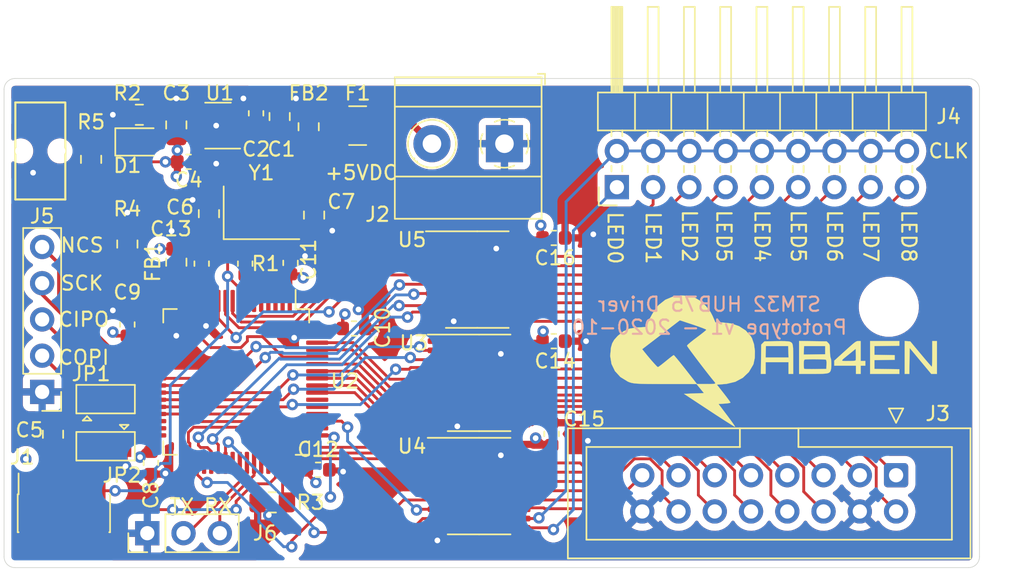
<source format=kicad_pcb>
(kicad_pcb (version 20211014) (generator pcbnew)
  (layers (0 "F.Cu" signal) (1 "In1.Cu" power) (2 "In2.Cu" power) (31 "B.Cu" signal) (34 "B.Paste" user) (35 "F.Paste" user) (36 "B.SilkS" user "B.Silkscreen") (37 "F.SilkS" user "F.Silkscreen") (38 "B.Mask" user) (39 "F.Mask" user) (44 "Edge.Cuts" user))
  (net 0 "")
  (net 1 "GND")
  (net 2 "Net-(C1-Pad1)")
  (net 3 "+3V3")
  (net 4 "Vcap")
  (net 5 "Net-(C6-Pad2)")
  (net 6 "OSC_IN")
  (net 7 "+3.3VA")
  (net 8 "Net-(D1-Pad1)")
  (net 9 "+5V")
  (net 10 "SWDIO")
  (net 11 "SWCLK")
  (net 12 "Net-(J1-Pad6)")
  (net 13 "Net-(J1-Pad7)")
  (net 14 "Net-(J1-Pad8)")
  (net 15 "~{RESET}")
  (net 16 "R0")
  (net 17 "B0")
  (net 18 "R1")
  (net 19 "B1")
  (net 20 "A")
  (net 21 "C")
  (net 22 "CLK")
  (net 23 "G0")
  (net 24 "G1")
  (net 25 "E")
  (net 26 "B")
  (net 27 "D")
  (net 28 "LAT")
  (net 29 "LED_0")
  (net 30 "LED_CLK")
  (net 31 "LED_1")
  (net 32 "LED_2")
  (net 33 "LED_3")
  (net 34 "LED_4")
  (net 35 "LED_5")
  (net 36 "LED_6")
  (net 37 "LED_7")
  (net 38 "LED_8")
  (net 39 "SPI1_COPI")
  (net 40 "SPI1_CIPO")
  (net 41 "SPI1_SCK")
  (net 42 "SPI1_NCS")
  (net 43 "UART1_TX")
  (net 44 "UART1_RX")
  (net 45 "PB11")
  (net 46 "30")
  (net 47 "31")
  (net 48 "47")
  (net 49 "OSC_OUT")
  (net 50 "Net-(U1-Pad4)")
  (net 51 "Net-(U2-Pad2)")
  (net 52 "Net-(U2-Pad3)")
  (net 53 "Net-(U2-Pad4)")
  (net 54 "PC0")
  (net 55 "PC1")
  (net 56 "PC2")
  (net 57 "PC3")
  (net 58 "Net-(U2-Pad14)")
  (net 59 "Net-(U2-Pad15)")
  (net 60 "Net-(U2-Pad16)")
  (net 61 "Net-(U2-Pad17)")
  (net 62 "PC4")
  (net 63 "PC5")
  (net 64 "PB0")
  (net 65 "PB1")
  (net 66 "PB2")
  (net 67 "PB10")
  (net 68 "PB12")
  (net 69 "PB13")
  (net 70 "PB14")
  (net 71 "PB15")
  (net 72 "PC6")
  (net 73 "PC7")
  (net 74 "PC8")
  (net 75 "Net-(U2-Pad40)")
  (net 76 "Net-(U2-Pad41)")
  (net 77 "Net-(U2-Pad44)")
  (net 78 "Net-(U2-Pad45)")
  (net 79 "Net-(U2-Pad50)")
  (net 80 "PC10")
  (net 81 "Net-(U2-Pad52)")
  (net 82 "Net-(U2-Pad53)")
  (net 83 "Net-(U2-Pad54)")
  (net 84 "PB3")
  (net 85 "PB4")
  (net 86 "PB5")
  (net 87 "PB6")
  (net 88 "PB7")
  (net 89 "BOOT0")
  (net 90 "PB8")
  (net 91 "PB9")
  (net 92 "~{OE}")
  (net 93 "Net-(F1-Pad1)")
  (footprint "Capacitor_SMD:C_0603_1608Metric" (layer "F.Cu") (at 154.1525 107.442)
    (fp_text reference "C4")
    (fp_text value "0.1uF")
  )
  (footprint "Capacitor_SMD:C_0603_1608Metric" (layer "F.Cu") (at 165.735 119.126)
    (fp_text reference "C10")
    (fp_text value "0.1uF")
  )
  (footprint "TerminalBlock_Phoenix:TerminalBlock_Phoenix_MKDS-1,5-2-5.08_1x02_P5.08mm_Horizontal" (layer "F.Cu") (at 176.276 106.172 180)
    (fp_text reference "J2")
    (fp_text value "5V PWR")
  )
  (footprint "Connector_IDC:IDC-Header_2x08_P2.54mm_Vertical" (layer "F.Cu") (at 203.708 129.413 -90)
    (fp_text reference "J3")
    (fp_text value "HUB75")
  )
  (footprint "Connector_PinHeader_2.54mm:PinHeader_1x05_P2.54mm_Vertical" (layer "F.Cu") (at 143.891 123.571 180)
    (fp_text reference "J5")
    (fp_text value "SPI")
  )
  (footprint "Resistor_SMD:R_0805_2012Metric" (layer "F.Cu") (at 150.7005 104.14)
    (fp_text reference "R2")
    (fp_text value "1k")
  )
  (footprint "Package_TO_SOT_SMD:SOT-23-5" (layer "F.Cu") (at 156.21 104.902 180)
    (fp_text reference "U1")
    (fp_text value "AP2112K-3.3")
  )
  (footprint "Capacitor_SMD:C_0603_1608Metric" (layer "F.Cu") (at 158.877 104.0385 90)
    (fp_text reference "C2")
    (fp_text value "0.1uF")
  )
  (footprint "Capacitor_SMD:C_0805_2012Metric" (layer "F.Cu") (at 160.528 104.267 90)
    (fp_text reference "C1")
    (fp_text value "10uF")
  )
  (footprint "LED_SMD:LED_0805_2012Metric" (layer "F.Cu") (at 150.7005 106.045)
    (fp_text reference "D1")
    (fp_text value "LED")
  )
  (footprint "Inductor_SMD:L_0805_2012Metric" (layer "F.Cu") (at 162.56 104.9805 -90)
    (fp_text reference "FB2")
    (fp_text value "100 Ohm")
  )
  (footprint "Fuse:Fuse_1210_3225Metric" (layer "F.Cu") (at 165.992 104.902)
    (fp_text reference "F1")
    (fp_text value "500mA")
  )
  (footprint "Capacitor_SMD:C_0603_1608Metric" (layer "F.Cu") (at 179.7305 112.776)
    (fp_text reference "C16")
    (fp_text value "0.1uF")
  )
  (footprint "Connector_PinHeader_2.54mm:PinHeader_2x09_P2.54mm_Horizontal" (layer "F.Cu") (at 184.15 109.22 90)
    (fp_text reference "J4")
    (fp_text value "LEDs")
  )
  (footprint "Capacitor_SMD:C_0603_1608Metric" (layer "F.Cu") (at 179.7305 120.015)
    (fp_text reference "C14")
    (fp_text value "0.1uF")
  )
  (footprint "Package_SO:TSSOP-20_4.4x6.5mm_P0.65mm" (layer "F.Cu") (at 174.371 115.697)
    (fp_text reference "U5")
    (fp_text value "74HC245")
  )
  (footprint "Capacitor_SMD:C_0603_1608Metric" (layer "F.Cu") (at 155.067 114.5795 90)
    (fp_text reference "C13")
    (fp_text value "0.1uF")
  )
  (footprint "Capacitor_SMD:C_0603_1608Metric" (layer "F.Cu") (at 151.511 128.5495 -90)
    (fp_text reference "C8")
    (fp_text value "0.1uF")
  )
  (footprint "Capacitor_SMD:C_0805_2012Metric" (layer "F.Cu") (at 144.653 126.5405 -90)
    (fp_text reference "C5")
    (fp_text value "4.7uF")
  )
  (footprint "Capacitor_SMD:C_0805_2012Metric" (layer "F.Cu") (at 155.575 111.0765 -90)
    (fp_text reference "C6")
    (fp_text value "12pF")
  )
  (footprint "Package_QFP:LQFP-64_10x10mm_P0.5mm" (layer "F.Cu") (at 157.485999 122.871001 -90)
    (fp_text reference "U2")
    (fp_text value "STM32F411RETx")
  )
  (footprint "Resistor_SMD:R_0603_1608Metric" (layer "F.Cu") (at 158.115 114.5795 -90)
    (fp_text reference "R1")
    (fp_text value "0")
  )
  (footprint "Jumper:SolderJumper-3_P1.3mm_Bridged12_Pad1.0x1.5mm" (layer "F.Cu") (at 148.336 127.381 180)
    (fp_text reference "JP2")
    (fp_text value "Jumper_3_Bridged12" hide)
  )
  (footprint "Jumper:SolderJumper-3_P1.3mm_Bridged12_Pad1.0x1.5mm" (layer "F.Cu") (at 148.336 124.079)
    (fp_text reference "JP1")
    (fp_text value "Jumper_3_Bridged12" hide)
  )
  (footprint "Capacitor_SMD:C_0603_1608Metric" (layer "F.Cu") (at 161.29 114.5285 90)
    (fp_text reference "C11")
    (fp_text value "0.1uF")
  )
  (footprint "Capacitor_SMD:C_0603_1608Metric" (layer "F.Cu") (at 163.2205 129.032)
    (fp_text reference "C12")
    (fp_text value "0.1uF")
  )
  (footprint "Capacitor_SMD:C_0603_1608Metric" (layer "F.Cu") (at 149.86 118.8465 90)
    (fp_text reference "C9")
    (fp_text value "0.1uF")
  )
  (footprint "Inductor_SMD:L_0805_2012Metric" (layer "F.Cu") (at 153.289 114.4755 90)
    (fp_text reference "FB1")
    (fp_text value "100 Ohm")
  )
  (footprint "Capacitor_SMD:C_0805_2012Metric" (layer "F.Cu") (at 162.941 111.1735 90)
    (fp_text reference "C7")
    (fp_text value "12pF")
  )
  (footprint "Package_SO:TSSOP-20_4.4x6.5mm_P0.65mm" (layer "F.Cu") (at 174.498 130.175)
    (fp_text reference "U4")
    (fp_text value "74HC245")
  )
  (footprint "Capacitor_SMD:C_0603_1608Metric" (layer "F.Cu") (at 179.578 126.5175 90)
    (fp_text reference "C15")
    (fp_text value "0.1uF")
  )
  (footprint "Connector_PinHeader_2.54mm:PinHeader_1x03_P2.54mm_Vertical" (layer "F.Cu") (at 151.257 133.477 90)
    (fp_text reference "J6")
    (fp_text value "UART")
  )
  (footprint "Package_SO:TSSOP-20_4.4x6.5mm_P0.65mm" (layer "F.Cu") (at 174.498 122.936)
    (fp_text reference "U3")
    (fp_text value "74HC245")
  )
  (footprint "BVH_Connectors_Misc:Cortex_Debug_PinSocket_2x05_P1.27mm_Vertical_SMD" (layer "F.Cu") (at 145.415 132.08 90)
    (fp_text reference "J1")
    (fp_text value "DBG")
  )
  (footprint "Resistor_SMD:R_0805_2012Metric_Pad1.15x1.40mm_HandSolder" (layer "F.Cu") (at 160.011 131.318)
    (fp_text reference "R3")
    (fp_text value "R_Small")
  )
  (footprint "Crystal:Crystal_SMD_5032-4Pin_5.0x3.2mm" (layer "F.Cu") (at 159.257 111.014)
    (fp_text reference "Y1")
    (fp_text value "8MHz")
  )
  (footprint "BVH_Logos:SkyIron_logo" (layer "F.Cu") (at 188.722 121.412)
    (fp_text reference "G***" hide)
    (fp_text value "LOGO" hide)
  )
  (footprint "BVH_Logos:AB4EN_Orbitron2" (layer "F.Cu") (at 200.406 121.158)
    (fp_text reference "G***" hide)
    (fp_text value "LOGO" hide)
  )
  (footprint "MountingHole:MountingHole_3.2mm_M3" (layer "F.Cu") (at 203.2 117.602)
    (fp_text reference "REF**" hide)
    (fp_text value "MountingHole_3.2mm_M3")
  )
  (footprint "Capacitor_SMD:C_0805_2012Metric" (layer "F.Cu") (at 153.289 104.8535 90)
    (fp_text reference "C3")
    (fp_text value "10uF")
  )
  (footprint "BVH_Switches:Tac_SMD_6.4mm_Side_SPST_NO" (layer "F.Cu") (at 143.764 106.68 -90)
    (fp_text reference "SW1")
    (fp_text value "SW_SPST")
  )
  (footprint "Resistor_SMD:R_0805_2012Metric" (layer "F.Cu") (at 147.32 107.2665 -90)
    (fp_text reference "R5")
    (fp_text value "10k")
  )
  (footprint "Resistor_SMD:R_0805_2012Metric" (layer "F.Cu") (at 149.86 113.2055 90)
    (fp_text reference "R4")
    (fp_text value "10k")
  )
  (gr_line (start 141.224 135.128) (end 141.224 102.362) (layer "Edge.Cuts") (width 0.05))
  (gr_line (start 208.788 135.89) (end 141.986 135.89) (layer "Edge.Cuts") (width 0.05))
  (gr_line (start 141.986 101.6) (end 208.788 101.6) (layer "Edge.Cuts") (width 0.05))
  (gr_arc (start 141.224 102.362) (mid 141.447185 101.823185) (end 141.986 101.6) (layer "Edge.Cuts") (width 0.05))
  (gr_line (start 209.55 102.362) (end 209.55 135.128) (layer "Edge.Cuts") (width 0.05))
  (gr_arc (start 141.986 135.89) (mid 141.447185 135.666815) (end 141.224 135.128) (layer "Edge.Cuts") (width 0.05))
  (gr_arc (start 209.55 135.128) (mid 209.326815 135.666815) (end 208.788 135.89) (layer "Edge.Cuts") (width 0.05))
  (gr_arc (start 208.788 101.6) (mid 209.326815 101.823185) (end 209.55 102.362) (layer "Edge.Cuts") (width 0.05))
  (gr_text "STM32 HUB75 Driver\nPrototype v1 - 2020-10" (at 190.627 118.237) (layer "B.SilkS") (effects (font (size 1 1)) (justify mirror)))
  (gr_text "CLK" (at 207.391 106.68) (layer "F.SilkS") (effects (font (size 1 1))))
  (gr_text "LED7" (at 201.93 112.649 270) (layer "F.SilkS") (effects (font (size 1 1))))
  (gr_text "CIPO" (at 146.812 118.491) (layer "F.SilkS") (effects (font (size 1 1))))
  (gr_text "RX" (at 156.21 131.572) (layer "F.SilkS") (effects (font (size 1 1))))
  (gr_text "SCK" (at 146.685 115.951) (layer "F.SilkS") (effects (font (size 1 1))))
  (gr_text "LED2" (at 189.23 112.649 270) (layer "F.SilkS") (effects (font (size 1 1))))
  (gr_text "LED5" (at 196.85 112.649 270) (layer "F.SilkS") (effects (font (size 1 1))))
  (gr_text "LED8" (at 204.597 112.649 270) (layer "F.SilkS") (effects (font (size 1 1))))
  (gr_text "+5VDC" (at 166.243 108.204) (layer "F.SilkS") (effects (font (size 1 1))))
  (gr_text "LED6" (at 199.39 112.649 270) (layer "F.SilkS") (effects (font (size 1 1))))
  (gr_text "LED5" (at 191.643 112.649 270) (layer "F.SilkS") (effects (font (size 1 1))))
  (gr_text "LED1" (at 186.69 112.776 270) (layer "F.SilkS") (effects (font (size 1 1))))
  (gr_text "NCS" (at 146.685 113.284) (layer "F.SilkS") (effects (font (size 1 1))))
  (gr_text "LED0" (at 184.023 112.776 270) (layer "F.SilkS") (effects (font (size 1 1))))
  (gr_text "TX" (at 153.67 131.572) (layer "F.SilkS") (effects (font (size 1 1))))
  (gr_text "COPI" (at 146.812 121.158) (layer "F.SilkS") (effects (font (size 1 1))))
  (gr_text "LED4" (at 194.31 112.649 270) (layer "F.SilkS") (effects (font (size 1 1))))
  (segment (start 182.245 112.776) (end 182.499 112.522) (width 0.2) (layer "F.Cu") (net 1))
  (segment (start 162.844 112.014) (end 162.941 112.111) (width 0.25) (layer "F.Cu") (net 1))
  (segment (start 162.001 113.741) (end 162.306 114.046) (width 0.25) (layer "F.Cu") (net 1))
  (segment (start 151.511 129.337) (end 152.476 129.337) (width 0.25) (layer "F.Cu") (net 1))
  (segment (start 177.3605 127.9) (end 176.138 127.9) (width 0.2) (layer "F.Cu") (net 1))
  (segment (start 160.907 112.014) (end 162.844 112.014) (width 0.25) (layer "F.Cu") (net 1))
  (segment (start 157.482 110.139) (end 157.607 110.014) (width 0.25) (layer "F.Cu") (net 1))
  (segment (start 166.5225 119.126) (end 166.5225 118.266821) (width 0.25) (layer "F.Cu") (net 1))
  (segment (start 155.575 110.139) (end 157.482 110.139) (width 0.25) (layer "F.Cu") (net 1))
  (segment (start 155.067 113.792) (end 153.565173 112.290173) (width 0.2) (layer "F.Cu") (net 1))
  (segment (start 147.955 133.88) (end 147.955 133.604) (width 0.2) (layer "F.Cu") (net 1))
  (segment (start 175.800865 113.422) (end 175.701883 113.520982) (width 0.2) (layer "F.Cu") (net 1))
  (segment (start 154.462 110.139) (end 154.432 110.109) (width 0.25) (layer "F.Cu") (net 1))
  (segment (start 162.941 112.111) (end 164.054 112.111) (width 0.25) (layer "F.Cu") (net 1))
  (segment (start 149.636 127.381) (end 149.636 128.681) (width 0.5) (layer "F.Cu") (net 1))
  (segment (start 180.518 120.015) (end 181.991 120.015) (width 0.2) (layer "F.Cu") (net 1))
  (segment (start 166.5225 118.266821) (end 166.048317 117.792638) (width 0.25) (layer "F.Cu") (net 1))
  (segment (start 158.986 131.427) (end 159.766 132.207) (width 0.2) (layer "F.Cu") (net 1))
  (segment (start 149.763 104.14) (end 148.844 104.14) (width 0.25) (layer "F.Cu") (net 1))
  (segment (start 171.5085 118.622) (end 172.716 118.622) (width 0.2) (layer "F.Cu") (net 1))
  (segment (start 160.528 103.3295) (end 161.3385 103.3295) (width 0.5) (layer "F.Cu") (net 1))
  (segment (start 176.265 120.661) (end 176.022 120.904) (width 0.2) (layer "F.Cu") (net 1))
  (segment (start 177.2335 113.422) (end 175.800865 113.422) (width 0.2) (layer "F.Cu") (net 1))
  (segment (start 149.86 118.059) (end 149.047 118.059) (width 0.25) (layer "F.Cu") (net 1))
  (segment (start 153.565173 112.290173) (end 152.960565 112.290173) (width 0.2) (layer "F.Cu") (net 1))
  (segment (start 149.86 112.268) (end 149.86 110.998) (width 0.2) (layer "F.Cu") (net 1))
  (segment (start 158.242 103.251) (end 157.988 102.997) (width 0.5) (layer "F.Cu") (net 1))
  (segment (start 180.848 125.73) (end 182.118 127) (width 0.5) (layer "F.Cu") (net 1))
  (segment (start 163.160999 119.621001) (end 161.694055 119.621001) (width 0.25) (layer "F.Cu") (net 1))
  (segment (start 171.6355 133.9265) (end 171.577 133.985) (width 0.2) (layer "F.Cu") (net 1))
  (segment (start 149.636 128.681) (end 149.733 128.778) (width 0.5) (layer "F.Cu") (net 1))
  (segment (start 149.047 118.059) (end 148.844 117.856) (width 0.25) (layer "F.Cu") (net 1))
  (segment (start 152.476 129.337) (end 152.527 129.286) (width 0.25) (layer "F.Cu") (net 1))
  (segment (start 142.914 108.546) (end 143.256 108.204) (width 0.25) (layer "F.Cu") (net 1))
  (segment (start 155.735999 117.196001) (end 155.735999 118.579305) (width 0.25) (layer "F.Cu") (net 1))
  (segment (start 172.716 118.622) (end 172.72 118.618) (width 0.2) (layer "F.Cu") (net 1))
  (segment (start 180.518 112.776) (end 182.245 112.776) (width 0.2) (layer "F.Cu") (net 1))
  (segment (start 153.289 103.916) (end 153.289 102.997) (width 0.25) (layer "F.Cu") (net 1))
  (segment (start 158.986 131.318) (end 158.986 131.427) (width 0.2) (layer "F.Cu") (net 1))
  (segment (start 155.735999 118.579305) (end 155.369748 118.945556) (width 0.25) (layer "F.Cu") (net 1))
  (segment (start 176.138 127.9) (end 176.022 128.016) (width 0.2) (layer "F.Cu") (net 1))
  (segment (start 154.94 107.442) (end 155.956 107.442) (width 0.5) (layer "F.Cu") (net 1))
  (segment (start 142.914 109.48) (end 142.914 108.546) (width 0.25) (layer "F.Cu") (net 1))
  (segment (start 171.6355 133.1) (end 171.6355 133.9265) (width 0.2) (layer "F.Cu") (net 1))
  (segment (start 157.31 104.902) (end 156.083 104.902) (width 0.5) (layer "F.Cu") (net 1))
  (segment (start 172.851 125.861) (end 172.974 125.984) (width 0.2) (layer "F.Cu") (net 1))
  (segment (start 151.810999 119.621001) (end 153.276001 119.621001) (width 0.25) (layer "F.Cu") (net 1))
  (segment (start 177.3605 120.661) (end 176.265 120.661) (width 0.2) (layer "F.Cu") (net 1))
  (segment (start 171.6355 125.861) (end 172.851 125.861) (width 0.2) (layer "F.Cu") (net 1))
  (segment (start 153.276001 119.621001) (end 153.289 119.634) (width 0.25) (layer "F.Cu") (net 1))
  (segment (start 155.575 110.139) (end 154.462 110.139) (width 0.25) (layer "F.Cu") (net 1))
  (segment (start 164.846 129.032) (end 164.973 129.159) (width 0.25) (layer "F.Cu") (net 1))
  (segment (start 164.008 129.032) (end 164.846 129.032) (width 0.25) (layer "F.Cu") (net 1))
  (segment (start 164.054 112.111) (end 164.211 112.268) (width 0.25) (layer "F.Cu") (net 1))
  (segment (start 161.29 113.741) (end 162.001 113.741) (width 0.25) (layer "F.Cu") (net 1))
  (segment (start 161.694055 119.621001) (end 161.544 119.771056) (width 0.25) (layer "F.Cu") (net 1))
  (segment (start 179.578 125.73) (end 180.848 125.73) (width 0.5) (layer "F.Cu") (net 1))
  (segment (start 155.956 107.442) (end 156.083 107.569) (width 0.5) (layer "F.Cu") (net 1))
  (segment (start 158.877 103.251) (end 158.242 103.251) (width 0.5) (layer "F.Cu") (net 1))
  (segment (start 161.3385 103.3295) (end 161.671 102.997) (width 0.5) (layer "F.Cu") (net 1))
  (via (at 155.369748 118.945556) (size 0.8) (drill 0.4) (layers "F.Cu" "B.Cu") (net 1))
  (via (at 149.86 110.998) (size 0.8) (drill 0.4) (layers "F.Cu" "B.Cu") (net 1))
  (via (at 162.306 114.046) (size 0.8) (drill 0.4) (layers "F.Cu" "B.Cu") (net 1))
  (via (at 164.973 129.159) (size 0.8) (drill 0.4) (layers "F.Cu" "B.Cu") (net 1))
  (via (at 161.671 102.997) (size 0.8) (drill 0.4) (layers "F.Cu" "B.Cu") (net 1))
  (via (at 171.577 133.985) (size 0.8) (drill 0.4) (layers "F.Cu" "B.Cu") (net 1))
  (via (at 157.988 102.997) (size 0.8) (drill 0.4) (layers "F.Cu" "B.Cu") (net 1))
  (via (at 181.991 120.015) (size 0.8) (drill 0.4) (layers "F.Cu" "B.Cu") (net 1))
  (via (at 159.766 132.207) (size 0.8) (drill 0.4) (layers "F.Cu" "B.Cu") (net 1))
  (via (at 176.022 120.904) (size 0.8) (drill 0.4) (layers "F.Cu" "B.Cu") (net 1))
  (via (at 152.960565 112.290173) (size 0.8) (drill 0.4) (layers "F.Cu" "B.Cu") (net 1))
  (via (at 164.211 112.268) (size 0.8) (drill 0.4) (layers "F.Cu" "B.Cu") (net 1))
  (via (at 154.432 110.109) (size 0.8) (drill 0.4) (layers "F.Cu" "B.Cu") (net 1))
  (via (at 182.499 112.522) (size 0.8) (drill 0.4) (layers "F.Cu" "B.Cu") (net 1))
  (via (at 153.289 119.634) (size 0.8) (drill 0.4) (layers "F.Cu" "B.Cu") (net 1))
  (via (at 156.083 104.902) (size 0.8) (drill 0.4) (layers "F.Cu" "B.Cu") (net 1))
  (via (at 161.544 119.771056) (size 0.8) (drill 0.4) (layers "F.Cu" "B.Cu") (net 1))
  (via (at 182.118 127) (size 0.8) (drill 0.4) (layers "F.Cu" "B.Cu") (net 1))
  (via (at 175.701883 113.520982) (size 0.8) (drill 0.4) (layers "F.Cu" "B.Cu") (net 1))
  (via (at 152.527 129.286) (size 0.8) (drill 0.4) (layers "F.Cu" "B.Cu") (net 1))
  (via (at 172.974 125.984) (size 0.8) (drill 0.4) (layers "F.Cu" "B.Cu") (net 1))
  (via (at 166.048317 117.792638) (size 0.8) (drill 0.4) (layers "F.Cu" "B.Cu") (net 1))
  (via (at 172.72 118.618) (size 0.8) (drill 0.4) (layers "F.Cu" "B.Cu") (net 1))
  (via (at 148.844 104.14) (size 0.8) (drill 0.4) (layers "F.Cu" "B.Cu") (net 1))
  (via (at 149.733 128.778) (size 0.8) (drill 0.4) (layers "F.Cu" "B.Cu") (net 1))
  (via (at 176.022 128.016) (size 0.8) (drill 0.4) (layers "F.Cu" "B.Cu") (net 1))
  (via (at 143.256 108.204) (size 0.8) (drill 0.4) (layers "F.Cu" "B.Cu") (net 1))
  (via (at 148.844 117.856) (size 0.8) (drill 0.4) (layers "F.Cu" "B.Cu") (net 1))
  (via (at 156.083 107.569) (size 0.8) (drill 0.4) (layers "F.Cu" "B.Cu") (net 1))
  (via (at 153.289 102.997) (size 0.8) (drill 0.4) (layers "F.Cu" "B.Cu") (net 1))
  (segment (start 158.003 103.952) (end 158.877 104.826) (width 0.5) (layer "F.Cu") (net 2))
  (segment (start 158.34 105.852) (end 158.877 105.315) (width 0.5) (layer "F.Cu") (net 2))
  (segment (start 160.1495 104.826) (end 160.528 105.2045) (width 0.5) (layer "F.Cu") (net 2))
  (segment (start 158.877 104.826) (end 160.1495 104.826) (width 0.5) (layer "F.Cu") (net 2))
  (segment (start 157.31 105.852) (end 158.34 105.852) (width 0.5) (layer "F.Cu") (net 2))
  (segment (start 157.31 103.952) (end 158.003 103.952) (width 0.5) (layer "F.Cu") (net 2))
  (segment (start 158.877 105.315) (end 158.877 104.826) (width 0.5) (layer "F.Cu") (net 2))
  (segment (start 161.3985 105.2045) (end 162.56 104.043) (width 0.5) (layer "F.Cu") (net 2))
  (segment (start 160.528 105.2045) (end 161.3985 105.2045) (width 0.5) (layer "F.Cu") (net 2))
  (segment (start 151.511 127.762) (end 151.13 127.762) (width 0.5) (layer "F.Cu") (net 3))
  (segment (start 147.32 106.329) (end 148.433 107.442) (width 0.2) (layer "F.Cu") (net 3))
  (segment (start 153.365 108.382) (end 153.289 108.458) (width 0.5) (layer "F.Cu") (net 3))
  (segment (start 162.433 129.286) (end 163.068 129.921) (width 0.25) (layer "F.Cu") (net 3))
  (segment (start 153.365 106.629) (end 153.365 105.867) (width 0.5) (layer "F.Cu") (net 3))
  (segment (start 161.29 115.316) (end 161.925 115.316) (width 0.25) (layer "F.Cu") (net 3))
  (segment (start 151.511 126.921) (end 151.810999 126.621001) (width 0.25) (layer "F.Cu") (net 3))
  (segment (start 151.511 127.762) (end 151.511 126.921) (width 0.25) (layer "F.Cu") (net 3))
  (segment (start 153.365 107.442) (end 153.365 106.629) (width 0.5) (layer "F.Cu") (net 3))
  (segment (start 151.13 127.762) (end 150.749 128.143) (width 0.5) (layer "F.Cu") (net 3))
  (segment (start 161.29 117.142) (end 161.235999 117.196001) (width 0.25) (layer "F.Cu") (net 3))
  (segment (start 161.925 115.316) (end 162.179 115.57) (width 0.25) (layer "F.Cu") (net 3))
  (segment (start 148.433 107.442) (end 153.365 107.442) (width 0.2) (layer "F.Cu") (net 3))
  (segment (start 164.942501 119.121001) (end 164.9475 119.126) (width 0.25) (layer "F.Cu") (net 3))
  (segment (start 163.160999 119.121001) (end 164.942501 119.121001) (width 0.25) (layer "F.Cu") (net 3))
  (segment (start 153.365 107.442) (end 152.527 107.442) (width 0.5) (layer "F.Cu") (net 3))
  (segment (start 153.289 113.538) (end 152.146 113.538) (width 0.2) (layer "F.Cu") (net 3))
  (segment (start 151.892 105.791) (end 151.638 106.045) (width 0.5) (layer "F.Cu") (net 3))
  (segment (start 161.235999 128.546001) (end 161.947001 128.546001) (width 0.25) (layer "F.Cu") (net 3))
  (segment (start 153.365 107.442) (end 153.365 108.382) (width 0.5) (layer "F.Cu") (net 3))
  (segment (start 164.9475 118.2625) (end 165.1 118.11) (width 0.25) (layer "F.Cu") (net 3))
  (segment (start 149.098 119.634) (end 148.844 119.38) (width 0.25) (layer "F.Cu") (net 3))
  (segment (start 153.289 105.791) (end 155.049 105.791) (width 0.5) (layer "F.Cu") (net 3))
  (segment (start 149.86 119.634) (end 150.347001 120.121001) (width 0.25) (layer "F.Cu") (net 3))
  (segment (start 162.433 129.032) (end 162.433 129.286) (width 0.25) (layer "F.Cu") (net 3))
  (segment (start 161.947001 128.546001) (end 162.433 129.032) (width 0.25) (layer "F.Cu") (net 3))
  (segment (start 150.347001 120.121001) (end 151.810999 120.121001) (width 0.25) (layer "F.Cu") (net 3))
  (segment (start 153.289 105.791) (end 151.892 105.791) (width 0.5) (layer "F.Cu") (net 3))
  (segment (start 161.29 115.316) (end 161.29 117.142) (width 0.25) (layer "F.Cu") (net 3))
  (segment (start 153.365 105.867) (end 153.289 105.791) (width 0.5) (layer "F.Cu") (net 3))
  (segment (start 155.049 105.791) (end 155.11 105.852) (width 0.5) (layer "F.Cu") (net 3))
  (segment (start 164.9475 119.126) (end 164.9475 118.2625) (width 0.25) (layer "F.Cu") (net 3))
  (segment (start 149.86 119.634) (end 149.098 119.634) (width 0.25) (layer "F.Cu") (net 3))
  (via (at 153.289 108.458) (size 0.8) (drill 0.4) (layers "F.Cu" "B.Cu") (net 3))
  (via (at 152.146 113.538) (size 0.8) (drill 0.4) (layers "F.Cu" "B.Cu") (net 3))
  (via (at 152.527 107.442) (size 0.8) (drill 0.4) (layers "F.Cu" "B.Cu") (net 3))
  (via (at 153.365 106.629) (size 0.8) (drill 0.4) (layers "F.Cu" "B.Cu") (net 3))
  (via (at 165.1 118.11) (size 0.8) (drill 0.4) (layers "F.Cu" "B.Cu") (net 3))
  (via (at 148.844 119.38) (size 0.8) (drill 0.4) (layers "F.Cu" "B.Cu") (net 3))
  (via (at 150.749 128.143) (size 0.8) (drill 0.4) (layers "F.Cu" "B.Cu") (net 3))
  (via (at 162.179 115.57) (size 0.8) (drill 0.4) (layers "F.Cu" "B.Cu") (net 3))
  (via (at 163.068 129.921) (size 0.8) (drill 0.4) (layers "F.Cu" "B.Cu") (net 3))
  (segment (start 145.258 125.603) (end 147.036 127.381) (width 0.5) (layer "F.Cu") (net 4))
  (segment (start 144.653 125.603) (end 145.258 125.603) (width 0.5) (layer "F.Cu") (net 4))
  (segment (start 145.512 125.603) (end 147.036 124.079) (width 0.5) (layer "F.Cu") (net 4))
  (segment (start 144.653 125.603) (end 145.512 125.603) (width 0.5) (layer "F.Cu") (net 4))
  (segment (start 157.607 113.284) (end 158.115 113.792) (width 0.25) (layer "F.Cu") (net 5))
  (segment (start 157.607 112.014) (end 157.607 113.284) (width 0.25) (layer "F.Cu") (net 5))
  (segment (start 155.575 112.014) (end 157.607 112.014) (width 0.25) (layer "F.Cu") (net 5))
  (segment (start 159.235999 111.685001) (end 160.907 110.014) (width 0.25) (layer "F.Cu") (net 6))
  (segment (start 162.719 110.014) (end 162.941 110.236) (width 0.25) (layer "F.Cu") (net 6))
  (segment (start 159.235999 117.196001) (end 159.235999 111.685001) (width 0.25) (layer "F.Cu") (net 6))
  (segment (start 160.907 110.014) (end 162.719 110.014) (width 0.25) (layer "F.Cu") (net 6))
  (segment (start 153.289 115.413) (end 155.021 115.413) (width 0.2) (layer "F.Cu") (net 7))
  (segment (start 155.235999 115.535999) (end 155.235999 117.196001) (width 0.2) (layer "F.Cu") (net 7))
  (segment (start 155.021 115.413) (end 155.067 115.367) (width 0.2) (layer "F.Cu") (net 7))
  (segment (start 155.067 115.367) (end 155.235999 115.535999) (width 0.2) (layer "F.Cu") (net 7))
  (segment (start 149.763 106.045) (end 151.638 104.17) (width 0.25) (layer "F.Cu") (net 8))
  (segment (start 151.638 104.17) (end 151.638 104.14) (width 0.25) (layer "F.Cu") (net 8))
  (segment (start 177.3605 127.25) (end 179.523 127.25) (width 0.5) (layer "F.Cu") (net 9))
  (segment (start 178.359 127.305) (end 178.280834 127.305) (width 0.5) (layer "F.Cu") (net 9))
  (segment (start 178.943 120.015) (end 178.943 119.361944) (width 0.2) (layer "F.Cu") (net 9))
  (segment (start 167.392 104.902) (end 169.926 104.902) (width 0.5) (layer "F.Cu") (net 9))
  (segment (start 171.5085 112.772) (end 177.2335 112.772) (width 0.2) (layer "F.Cu") (net 9))
  (segment (start 178.943 112.776) (end 178.943 112.014) (width 0.2) (layer "F.Cu") (net 9))
  (segment (start 178.943 119.361944) (end 178.982934 119.32201) (width 0.2) (layer "F.Cu") (net 9))
  (segment (start 171.6355 127.25) (end 177.3605 127.25) (width 0.2) (layer "F.Cu") (net 9))
  (segment (start 169.926 104.902) (end 171.196 106.172) (width 0.5) (layer "F.Cu") (net 9))
  (segment (start 179.578 127.305) (end 178.954396 127.305) (width 0.5) (layer "F.Cu") (net 9))
  (segment (start 178.939 120.011) (end 178.943 120.015) (width 0.2) (layer "F.Cu") (net 9))
  (segment (start 177.2335 112.772) (end 178.939 112.772) (width 0.2) (layer "F.Cu") (net 9))
  (segment (start 177.3605 127.25) (end 178.304 127.25) (width 0.2) (layer "F.Cu") (net 9))
  (segment (start 171.6355 120.011) (end 177.3605 120.011) (width 0.2) (layer "F.Cu") (net 9))
  (segment (start 178.939 112.772) (end 178.943 112.776) (width 0.2) (layer "F.Cu") (net 9))
  (segment (start 179.578 127.305) (end 178.359 127.305) (width 0.5) (layer "F.Cu") (net 9))
  (segment (start 178.943 112.014) (end 178.816 111.887) (width 0.2) (layer "F.Cu") (net 9))
  (segment (start 178.304 127.25) (end 178.359 127.305) (width 0.2) (layer "F.Cu") (net 9))
  (segment (start 177.3605 120.011) (end 178.939 120.011) (width 0.2) (layer "F.Cu") (net 9))
  (segment (start 179.523 127.25) (end 179.578 127.305) (width 0.5) (layer "F.Cu") (net 9))
  (segment (start 178.954396 127.305) (end 178.459523 126.810127) (width 0.5) (layer "F.Cu") (net 9))
  (via (at 178.982934 119.32201) (size 0.8) (drill 0.4) (layers "F.Cu" "B.Cu") (net 9))
  (via (at 178.816 111.887) (size 0.8) (drill 0.4) (layers "F.Cu" "B.Cu") (net 9))
  (via (at 178.459523 126.810127) (size 0.8) (drill 0.4) (layers "F.Cu" "B.Cu") (net 9))
  (segment (start 157.48 131.238746) (end 157.48 131.826) (width 0.2) (layer "F.Cu") (net 10))
  (segment (start 160.235999 129.578001) (end 159.800001 130.013999) (width 0.2) (layer "F.Cu") (net 10))
  (segment (start 142.875 131.022) (end 142.875 130.28) (width 0.2) (layer "F.Cu") (net 10))
  (segment (start 143.679 131.826) (end 142.875 131.022) (width 0.2) (layer "F.Cu") (net 10))
  (segment (start 142.875 128.397) (end 142.748 128.27) (width 0.5) (layer "F.Cu") (net 10))
  (segment (start 158.704747 130.013999) (end 157.48 131.238746) (width 0.2) (layer "F.Cu") (net 10))
  (segment (start 153.035 131.826) (end 143.679 131.826) (width 0.2) (layer "F.Cu") (net 10))
  (segment (start 160.235999 128.546001) (end 160.235999 129.578001) (width 0.2) (layer "F.Cu") (net 10))
  (segment (start 159.800001 130.013999) (end 158.704747 130.013999) (width 0.2) (layer "F.Cu") (net 10))
  (via (at 153.035 131.826) (size 0.8) (drill 0.4) (layers "F.Cu" "B.Cu") (net 10))
  (via (at 157.48 131.826) (size 0.8) (drill 0.4) (layers "F.Cu" "B.Cu") (net 10))
  (via (at 142.748 128.27) (size 0.8) (drill 0.4) (layers "F.Cu" "B.Cu") (net 10))
  (segment (start 157.48 131.826) (end 153.035 131.826) (width 0.2) (layer "B.Cu") (net 10))
  (segment (start 164.202049 126.621001) (end 164.338 126.756952) (width 0.2) (layer "F.Cu") (net 11))
  (segment (start 163.160999 126.621001) (end 164.202049 126.621001) (width 0.2) (layer "F.Cu") (net 11))
  (segment (start 164.084 130.937) (end 163.872002 130.937) (width 0.2) (layer "F.Cu") (net 11))
  (via (at 164.338 126.756952) (size 0.8) (drill 0.4) (layers "F.Cu" "B.Cu") (net 11))
  (via (at 164.084 130.937) (size 0.8) (drill 0.4) (layers "F.Cu" "B.Cu") (net 11))
  (segment (start 164.338 126.756952) (end 164.084 127.010952) (width 0.2) (layer "B.Cu") (net 11))
  (segment (start 164.084 127.010952) (end 164.084 130.937) (width 0.2) (layer "B.Cu") (net 11))
  (segment (start 157.536122 116.120991) (end 157.966335 116.120991) (width 0.2) (layer "F.Cu") (net 15))
  (segment (start 155.53813 113.05449) (end 154.895189 113.05449) (width 0.2) (layer "F.Cu") (net 15))
  (segment (start 157.966335 116.120991) (end 158.235999 116.390655) (width 0.2) (layer "F.Cu") (net 15))
  (segment (start 148.175 130.5) (end 147.955 130.28) (width 0.2) (layer "F.Cu") (net 15))
  (segment (start 144.614 109.48) (end 146.044 109.48) (width 0.2) (layer "F.Cu") (net 15))
  (segment (start 149 130.5) (end 148.175 130.5) (width 0.2) (layer "F.Cu") (net 15))
  (segment (start 156.883969 115.468838) (end 157.536122 116.120991) (width 0.2) (layer "F.Cu") (net 15))
  (segment (start 156.883969 115.468838) (end 156.883969 114.400329) (width 0.2) (layer "F.Cu") (net 15))
  (segment (start 146.044 109.48) (end 147.32 108.204) (width 0.2) (layer "F.Cu") (net 15))
  (segment (start 154.895189 113.05449) (end 151.320699 109.48) (width 0.2) (layer "F.Cu") (net 15))
  (segment (start 151.320699 109.48) (end 144.614 109.48) (width 0.2) (layer "F.Cu") (net 15))
  (segment (start 158.235999 116.390655) (end 158.235999 117.196001) (width 0.2) (layer "F.Cu") (net 15))
  (segment (start 156.883969 114.400329) (end 155.53813 113.05449) (width 0.2) (layer "F.Cu") (net 15))
  (via (at 149 130.5) (size 0.8) (drill 0.4) (layers "F.Cu" "B.Cu") (net 15))
  (via (at 156.883969 115.468838) (size 0.8) (drill 0.4) (layers "F.Cu" "B.Cu") (net 15))
  (segment (start 152.190999 128.585999) (end 152.863001 128.585999) (width 0.2) (layer "B.Cu") (net 15))
  (segment (start 151 130.5) (end 149 130.5) (width 0.2) (layer "B.Cu") (net 15))
  (segment (start 151.826999 128.949999) (end 152.190999 128.585999) (width 0.2) (layer "B.Cu") (net 15))
  (segment (start 151.5 130) (end 151 130.5) (width 0.2) (layer "B.Cu") (net 15))
  (segment (start 156.883969 119.087031) (end 156.883969 115.468838) (width 0.2) (layer "B.Cu") (net 15))
  (segment (start 152.863001 123.107999) (end 156.883969 119.087031) (width 0.2) (layer "B.Cu") (net 15))
  (segment (start 151.826999 129.673001) (end 151.5 130) (width 0.2) (layer "B.Cu") (net 15))
  (segment (start 151.826999 129.622001) (end 151.826999 128.949999) (width 0.2) (layer "B.Cu") (net 15))
  (segment (start 152.863001 128.585999) (end 152.863001 123.107999) (width 0.2) (layer "B.Cu") (net 15))
  (segment (start 151.826999 129.622001) (end 151.826999 129.673001) (width 0.2) (layer "B.Cu") (net 15))
  (segment (start 177.3605 121.311) (end 195.606 121.311) (width 0.2) (layer "F.Cu") (net 16))
  (segment (start 195.606 121.311) (end 203.708 129.413) (width 0.2) (layer "F.Cu") (net 16))
  (segment (start 194.366 122.611) (end 201.168 129.413) (width 0.2) (layer "F.Cu") (net 17))
  (segment (start 177.3605 122.611) (end 194.366 122.611) (width 0.2) (layer "F.Cu") (net 17))
  (segment (start 198.628 129.413) (end 192.476 123.261) (width 0.2) (layer "F.Cu") (net 18))
  (segment (start 192.476 123.261) (end 177.3605 123.261) (width 0.2) (layer "F.Cu") (net 18))
  (segment (start 196.088 129.413) (end 190.867468 124.192468) (width 0.2) (layer "F.Cu") (net 19))
  (segment (start 178.098 124.561) (end 177.3605 124.561) (width 0.2) (layer "F.Cu") (net 19))
  (segment (start 190.867468 124.192468) (end 178.466532 124.192468) (width 0.2) (layer "F.Cu") (net 19))
  (segment (start 178.466532 124.192468) (end 178.098 124.561) (width 0.2) (layer "F.Cu") (net 19))
  (segment (start 189.12749 124.99249) (end 179.10687 124.99249) (width 0.2) (layer "F.Cu") (net 20))
  (segment (start 179.10687 124.99249) (end 178.23836 125.861) (width 0.2) (layer "F.Cu") (net 20))
  (segment (start 178.23836 125.861) (end 177.3605 125.861) (width 0.2) (layer "F.Cu") (net 20))
  (segment (start 193.548 129.413) (end 189.12749 124.99249) (width 0.2) (layer "F.Cu") (net 20))
  (segment (start 191.008 129.413) (end 188.657967 127.062967) (width 0.2) (layer "F.Cu") (net 21))
  (segment (start 184.644611 127.29729) (end 182.741901 129.2) (width 0.2) (layer "F.Cu") (net 21))
  (segment (start 184.878932 127.062968) (end 184.644611 127.29729) (width 0.2) (layer "F.Cu") (net 21))
  (segment (start 182.741901 129.2) (end 177.3605 129.2) (width 0.2) (layer "F.Cu") (net 21))
  (segment (start 188.657967 127.062967) (end 184.878932 127.062968) (width 0.2) (layer "F.Cu") (net 21))
  (segment (start 185.21031 127.862989) (end 182.573299 130.5) (width 0.2) (layer "F.Cu") (net 22))
  (segment (start 188.468 129.413) (end 186.917989 127.862989) (width 0.2) (layer "F.Cu") (net 22))
  (segment (start 182.573299 130.5) (end 177.3605 130.5) (width 0.2) (layer "F.Cu") (net 22))
  (segment (start 186.917989 127.862989) (end 185.21031 127.862989) (width 0.2) (layer "F.Cu") (net 22))
  (segment (start 202.318001 128.860999) (end 195.418002 121.961) (width 0.2) (layer "F.Cu") (net 23))
  (segment (start 195.418002 121.961) (end 177.3605 121.961) (width 0.2) (layer "F.Cu") (net 23))
  (segment (start 202.318001 130.563001) (end 202.318001 128.860999) (width 0.2) (layer "F.Cu") (net 23))
  (segment (start 203.708 131.953) (end 202.318001 130.563001) (width 0.2) (layer "F.Cu") (net 23))
  (segment (start 177.479043 123.792457) (end 192.169459 123.792457) (width 0.2) (layer "F.Cu") (net 24))
  (segment (start 197.238001 128.860999) (end 197.238001 130.563001) (width 0.2) (layer "F.Cu") (net 24))
  (segment (start 192.169459 123.792457) (end 197.238001 128.860999) (width 0.2) (layer "F.Cu") (net 24))
  (segment (start 197.238001 130.563001) (end 198.628 131.953) (width 0.2) (layer "F.Cu") (net 24))
  (segment (start 177.3605 123.911) (end 177.479043 123.792457) (width 0.2) (layer "F.Cu") (net 24))
  (segment (start 194.937999 130.802999) (end 196.088 131.953) (width 0.2) (layer "F.Cu") (net 25))
  (segment (start 177.3605 125.211) (end 178.2613 125.211) (width 0.2) (layer "F.Cu") (net 25))
  (segment (start 178.879821 124.592479) (end 190.429481 124.592479) (width 0.2) (layer "F.Cu") (net 25))
  (segment (start 194.937999 129.100997) (end 194.937999 130.802999) (width 0.2) (layer "F.Cu") (net 25))
  (segment (start 178.2613 125.211) (end 178.879821 124.592479) (width 0.2) (layer "F.Cu") (net 25))
  (segment (start 190.429481 124.592479) (end 194.937999 129.100997) (width 0.2) (layer "F.Cu") (net 25))
  (segment (start 181.5783 128.55) (end 181.82829 128.79999) (width 0.2) (layer "F.Cu") (net 26))
  (segment (start 181.82829 128.79999) (end 182.576213 128.79999) (width 0.2) (layer "F.Cu") (net 26))
  (segment (start 192.397999 129.100997) (end 192.397999 130.802999) (width 0.2) (layer "F.Cu") (net 26))
  (segment (start 189.959961 126.662959) (end 192.397999 129.100997) (width 0.2) (layer "F.Cu") (net 26))
  (segment (start 182.576213 128.79999) (end 184.713244 126.662959) (width 0.2) (layer "F.Cu") (net 26))
  (segment (start 192.397999 130.802999) (end 193.548 131.953) (width 0.2) (layer "F.Cu") (net 26))
  (segment (start 184.713244 126.662959) (end 189.959961 126.662959) (width 0.2) (layer "F.Cu") (net 26))
  (segment (start 177.3605 128.55) (end 181.5783 128.55) (width 0.2) (layer "F.Cu") (net 26))
  (segment (start 177.3605 129.85) (end 182.657598 129.85) (width 0.2) (layer "F.Cu") (net 27))
  (segment (start 182.657598 129.85) (end 185.044621 127.462978) (width 0.2) (layer "F.Cu") (net 27))
  (segment (start 189.857999 129.100997) (end 189.857999 130.802999) (width 0.2) (layer "F.Cu") (net 27))
  (segment (start 189.857999 130.802999) (end 191.008 131.953) (width 0.2) (layer "F.Cu") (net 27))
  (segment (start 188.21998 127.462978) (end 189.857999 129.100997) (width 0.2) (layer "F.Cu") (net 27))
  (segment (start 185.044621 127.462978) (end 188.21998 127.462978) (width 0.2) (layer "F.Cu") (net 27))
  (segment (start 185.375999 128.262999) (end 186.480001 128.262999) (width 0.2) (layer "F.Cu") (net 28))
  (segment (start 182.488998 131.15) (end 185.375999 128.262999) (width 0.2) (layer "F.Cu") (net 28))
  (segment (start 177.3605 131.15) (end 182.488998 131.15) (width 0.2) (layer "F.Cu") (net 28))
  (segment (start 186.480001 128.262999) (end 187.317999 129.100997) (width 0.2) (layer "F.Cu") (net 28))
  (segment (start 187.317999 129.100997) (end 187.317999 130.802999) (width 0.2) (layer "F.Cu") (net 28))
  (segment (start 187.317999 130.802999) (end 188.468 131.953) (width 0.2) (layer "F.Cu") (net 28))
  (segment (start 179.582 133.1) (end 179.705 133.223) (width 0.2) (layer "F.Cu") (net 29))
  (segment (start 177.3605 133.1) (end 179.582 133.1) (width 0.2) (layer "F.Cu") (net 29))
  (via (at 179.705 133.223) (size 0.8) (drill 0.4) (layers "F.Cu" "B.Cu") (net 29))
  (segment (start 181.102 131.826) (end 181.102 112.268) (width 0.2) (layer "B.Cu") (net 29))
  (segment (start 181.102 112.268) (end 184.15 109.22) (width 0.2) (layer "B.Cu") (net 29))
  (segment (start 179.705 133.223) (end 181.102 131.826) (width 0.2) (layer "B.Cu") (net 29))
  (segment (start 177.3605 132.45) (end 178.63899 132.45) (width 0.2) (layer "F.Cu") (net 30))
  (segment (start 178.63899 132.45) (end 178.689 132.39999) (width 0.2) (layer "F.Cu") (net 30))
  (via (at 178.689 132.39999) (size 0.8) (drill 0.4) (layers "F.Cu" "B.Cu") (net 30))
  (segment (start 180.594 130.49499) (end 178.689 132.39999) (width 0.2) (layer "B.Cu") (net 30))
  (segment (start 184.15 106.68) (end 180.594 110.236) (width 0.2) (layer "B.Cu") (net 30))
  (segment (start 180.594 110.236) (end 180.594 130.49499) (width 0.2) (layer "B.Cu") (net 30))
  (segment (start 184.15 106.68) (end 204.47 106.68) (width 0.2) (layer "B.Cu") (net 30))
  (segment (start 177.2335 114.072) (end 183.040081 114.072) (width 0.2) (layer "F.Cu") (net 31))
  (segment (start 183.040081 114.072) (end 186.69 110.422081) (width 0.2) (layer "F.Cu") (net 31))
  (segment (start 186.69 110.422081) (end 186.69 109.22) (width 0.2) (layer "F.Cu") (net 31))
  (segment (start 183.728 114.722) (end 189.23 109.22) (width 0.2) (layer "F.Cu") (net 32))
  (segment (start 177.2335 114.722) (end 183.728 114.722) (width 0.2) (layer "F.Cu") (net 32))
  (segment (start 177.2335 115.372) (end 185.618 115.372) (width 0.2) (layer "F.Cu") (net 33))
  (segment (start 185.618 115.372) (end 191.77 109.22) (width 0.2) (layer "F.Cu") (net 33))
  (segment (start 187.508 116.022) (end 194.31 109.22) (width 0.2) (layer "F.Cu") (net 34))
  (segment (start 177.2335 116.022) (end 187.508 116.022) (width 0.2) (layer "F.Cu") (net 34))
  (segment (start 177.2335 116.672) (end 189.398 116.672) (width 0.2) (layer "F.Cu") (net 35))
  (segment (start 189.398 116.672) (end 196.85 109.22) (width 0.2) (layer "F.Cu") (net 35))
  (segment (start 191.288 117.322) (end 199.39 109.22) (width 0.2) (layer "F.Cu") (net 36))
  (segment (start 177.2335 117.322) (end 191.288 117.322) (width 0.2) (layer "F.Cu") (net 36))
  (segment (start 193.178 117.972) (end 201.93 109.22) (width 0.2) (layer "F.Cu") (net 37))
  (segment (start 177.2335 117.972) (end 193.178 117.972) (width 0.2) (layer "F.Cu") (net 37))
  (segment (start 177.2335 118.622) (end 195.068 118.622) (width 0.2) (layer "F.Cu") (net 38))
  (segment (start 195.068 118.622) (end 204.47 109.22) (width 0.2) (layer "F.Cu") (net 38))
  (segment (start 151.810999 122.121001) (end 144.981001 122.121001) (width 0.25) (layer "F.Cu") (net 39))
  (segment (start 144.981001 122.121001) (end 143.891 121.031) (width 0.25) (layer "F.Cu") (net 39))
  (segment (start 147.021001 121.621001) (end 151.810999 121.621001) (width 0.25) (layer "F.Cu") (net 40))
  (segment (start 143.891 118.491) (end 147.021001 121.621001) (width 0.25) (layer "F.Cu") (net 40))
  (segment (start 148.274007 121.121001) (end 143.891 116.737994) (width 0.25) (layer "F.Cu") (net 41))
  (segment (start 151.810999 121.121001) (end 148.274007 121.121001) (width 0.25) (layer "F.Cu") (net 41))
  (segment (start 143.891 116.737994) (end 143.891 115.951) (width 0.25) (layer "F.Cu") (net 41))
  (segment (start 145.066001 114.586001) (end 143.891 113.411) (width 0.25) (layer "F.Cu") (net 42))
  (segment (start 151.810999 120.621001) (end 148.790007 120.621001) (width 0.25) (layer "F.Cu") (net 42))
  (segment (start 145.066001 116.896995) (end 145.066001 114.586001) (width 0.25) (layer "F.Cu") (net 42))
  (segment (start 148.790007 120.621001) (end 145.066001 116.896995) (width 0.25) (layer "F.Cu") (net 42))
  (segment (start 158.235999 128.546001) (end 158.235999 129.351347) (width 0.2) (layer "F.Cu") (net 43))
  (segment (start 158.235999 129.351347) (end 154.110346 133.477) (width 0.2) (layer "F.Cu") (net 43))
  (segment (start 154.110346 133.477) (end 153.797 133.477) (width 0.2) (layer "F.Cu") (net 43))
  (segment (start 158.735999 129.417047) (end 158.735999 128.546001) (width 0.2) (layer "F.Cu") (net 44))
  (segment (start 156.337 131.816046) (end 158.735999 129.417047) (width 0.2) (layer "F.Cu") (net 44))
  (segment (start 156.337 133.477) (end 156.337 131.816046) (width 0.2) (layer "F.Cu") (net 44))
  (segment (start 150.964986 125.549988) (end 151.035999 125.621001) (width 0.2) (layer "F.Cu") (net 46))
  (segment (start 151.035999 125.621001) (end 151.810999 125.621001) (width 0.2) (layer "F.Cu") (net 46))
  (segment (start 148.336 125.029) (end 148.856988 125.549988) (width 0.2) (layer "F.Cu") (net 46))
  (segment (start 148.856988 125.549988) (end 150.964986 125.549988) (width 0.2) (layer "F.Cu") (net 46))
  (segment (start 148.336 124.079) (end 148.336 125.029) (width 0.2) (layer "F.Cu") (net 46))
  (segment (start 148.645999 126.121001) (end 151.810999 126.121001) (width 0.2) (layer "F.Cu") (net 47))
  (segment (start 148.336 126.431) (end 148.645999 126.121001) (width 0.2) (layer "F.Cu") (net 47))
  (segment (start 148.336 127.381) (end 148.336 126.431) (width 0.2) (layer "F.Cu") (net 47))
  (segment (start 161.036 131.318) (end 160.735999 131.017999) (width 0.2) (layer "F.Cu") (net 48))
  (segment (start 160.735999 131.017999) (end 160.735999 128.546001) (width 0.2) (layer "F.Cu") (net 48))
  (segment (start 158.735999 115.987999) (end 158.735999 117.196001) (width 0.25) (layer "F.Cu") (net 49))
  (segment (start 158.115 115.367) (end 158.735999 115.987999) (width 0.25) (layer "F.Cu") (net 49))
  (segment (start 157.735999 117.196001) (end 157.735999 118.001345) (width 0.2) (layer "F.Cu") (net 54))
  (segment (start 158.005663 118.271009) (end 161.466335 118.271009) (width 0.2) (layer "F.Cu") (net 54))
  (segment (start 157.735999 118.001345) (end 158.005663 118.271009) (width 0.2) (layer "F.Cu") (net 54))
  (segment (start 166.315344 113.422) (end 170.771 113.422) (width 0.2) (layer "F.Cu") (net 54))
  (segment (start 170.771 113.422) (end 171.5085 113.422) (width 0.2) (layer "F.Cu") (net 54))
  (segment (start 161.466335 118.271009) (end 166.315344 113.422) (width 0.2) (layer "F.Cu") (net 54))
  (segment (start 166.231044 114.072) (end 161.632024 118.67102) (width 0.2) (layer "F.Cu") (net 55))
  (segment (start 157.235999 118.067045) (end 157.235999 117.196001) (width 0.2) (layer "F.Cu") (net 55))
  (segment (start 157.839974 118.67102) (end 157.235999 118.067045) (width 0.2) (layer "F.Cu") (net 55))
  (segment (start 171.5085 114.072) (end 166.231044 114.072) (width 0.2) (layer "F.Cu") (net 55))
  (segment (start 161.632024 118.67102) (end 157.839974 118.67102) (width 0.2) (layer "F.Cu") (net 55))
  (segment (start 161.835696 119.071032) (end 166.184728 114.722) (width 0.2) (layer "F.Cu") (net 56))
  (segment (start 166.184728 114.722) (end 171.5085 114.722) (width 0.2) (layer "F.Cu") (net 56))
  (segment (start 156.735999 117.196001) (end 156.735999 118.132745) (width 0.2) (layer "F.Cu") (net 56))
  (segment (start 157.674286 119.071032) (end 161.835696 119.071032) (width 0.2) (layer "F.Cu") (net 56))
  (segment (start 156.735999 118.132745) (end 157.674286 119.071032) (width 0.2) (layer "F.Cu") (net 56))
  (segment (start 157.48 119.762855) (end 156.235999 118.431341) (width 0.2) (layer "F.Cu") (net 57))
  (segment (start 171.5085 115.372) (end 166.570732 115.372) (width 0.2) (layer "F.Cu") (net 57))
  (segment (start 166.570732 115.372) (end 163.984585 117.958147) (width 0.2) (layer "F.Cu") (net 57))
  (segment (start 156.235999 118.431341) (end 156.235999 117.196001) (width 0.2) (layer "F.Cu") (net 57))
  (via (at 157.48 119.762855) (size 0.8) (drill 0.4) (layers "F.Cu" "B.Cu") (net 57))
  (via (at 163.984585 117.958147) (size 0.8) (drill 0.4) (layers "F.Cu" "B.Cu") (net 57))
  (segment (start 159.372221 117.958147) (end 163.984585 117.958147) (width 0.2) (layer "B.Cu") (net 57))
  (segment (start 157.48 119.762855) (end 159.372221 117.958147) (width 0.2) (layer "B.Cu") (net 57))
  (segment (start 158.877 120.396) (end 156.651999 122.621001) (width 0.2) (layer "F.Cu") (net 62))
  (segment (start 171.5085 116.022) (end 168.973596 116.022) (width 0.2) (layer "F.Cu") (net 62))
  (segment (start 156.651999 122.621001) (end 151.810999 122.621001) (width 0.2) (layer "F.Cu") (net 62))
  (segment (start 168.973596 116.022) (end 168.923586 116.07201) (width 0.2) (layer "F.Cu") (net 62))
  (via (at 158.877 120.396) (size 0.8) (drill 0.4) (layers "F.Cu" "B.Cu") (net 62))
  (via (at 168.923586 116.07201) (size 0.8) (drill 0.4) (layers "F.Cu" "B.Cu") (net 62))
  (segment (start 164.389939 120.471061) (end 168.78899 116.07201) (width 0.2) (layer "B.Cu") (net 62))
  (segment (start 168.78899 116.07201) (end 168.923586 116.07201) (width 0.2) (layer "B.Cu") (net 62))
  (segment (start 160.878938 120.396) (end 160.953999 120.471061) (width 0.2) (layer "B.Cu") (net 62))
  (segment (start 160.953999 120.471061) (end 164.389939 120.471061) (width 0.2) (layer "B.Cu") (net 62))
  (segment (start 158.877 120.396) (end 160.878938 120.396) (width 0.2) (layer "B.Cu") (net 62))
  (segment (start 157.560422 123.121001) (end 159.517192 121.164231) (width 0.2) (layer "F.Cu") (net 63))
  (segment (start 171.5085 116.672) (end 171.408489 116.571989) (width 0.2) (layer "F.Cu") (net 63))
  (segment (start 169.97601 116.672) (end 169.926 116.72201) (width 0.2) (layer "F.Cu") (net 63))
  (segment (start 171.5085 116.672) (end 169.97601 116.672) (width 0.2) (layer "F.Cu") (net 63))
  (segment (start 151.810999 123.121001) (end 157.560422 123.121001) (width 0.2) (layer "F.Cu") (net 63))
  (via (at 159.517192 121.164231) (size 0.8) (drill 0.4) (layers "F.Cu" "B.Cu") (net 63))
  (via (at 169.926 116.72201) (size 0.8) (drill 0.4) (layers "F.Cu" "B.Cu") (net 63))
  (segment (start 169.875998 116.772012) (end 168.654688 116.772012) (width 0.2) (layer "B.Cu") (net 63))
  (segment (start 159.885412 120.796011) (end 159.517192 121.164231) (width 0.2) (layer "B.Cu") (net 63))
  (segment (start 169.926 116.72201) (end 169.875998 116.772012) (width 0.2) (layer "B.Cu") (net 63))
  (segment (start 164.555634 120.871066) (end 160.78831 120.871066) (width 0.2) (layer "B.Cu") (net 63))
  (segment (start 160.713255 120.796011) (end 159.885412 120.796011) (width 0.2) (layer "B.Cu") (net 63))
  (segment (start 160.78831 120.871066) (end 160.713255 120.796011) (width 0.2) (layer "B.Cu") (net 63))
  (segment (start 168.654688 116.772012) (end 164.555634 120.871066) (width 0.2) (layer "B.Cu") (net 63))
  (segment (start 171.6355 120.661) (end 170.585978 120.661) (width 0.2) (layer "F.Cu") (net 64))
  (segment (start 151.810999 123.621001) (end 160.219386 123.621001) (width 0.2) (layer "F.Cu") (net 64))
  (segment (start 170.585978 120.661) (end 170.33093 120.405952) (width 0.2) (layer "F.Cu") (net 64))
  (segment (start 160.219386 123.621001) (end 161.456298 122.384089) (width 0.2) (layer "F.Cu") (net 64))
  (via (at 170.33093 120.405952) (size 0.8) (drill 0.4) (layers "F.Cu" "B.Cu") (net 64))
  (via (at 161.456298 122.384089) (size 0.8) (drill 0.4) (layers "F.Cu" "B.Cu") (net 64))
  (segment (start 161.456298 122.384089) (end 164.739711 122.384089) (width 0.2) (layer "B.Cu") (net 64))
  (segment (start 164.739711 122.384089) (end 166.717848 120.405952) (width 0.2) (layer "B.Cu") (net 64))
  (segment (start 166.717848 120.405952) (end 170.33093 120.405952) (width 0.2) (layer "B.Cu") (net 64))
  (segment (start 151.810999 124.121001) (end 160.766035 124.121001) (width 0.2) (layer "F.Cu") (net 65))
  (segment (start 169.825418 121.311) (end 169.676564 121.162146) (width 0.2) (layer "F.Cu") (net 65))
  (segment (start 160.766035 124.121001) (end 161.504077 123.382959) (width 0.2) (layer "F.Cu") (net 65))
  (segment (start 171.6355 121.311) (end 169.825418 121.311) (width 0.2) (layer "F.Cu") (net 65))
  (via (at 161.504077 123.382959) (size 0.8) (drill 0.4) (layers "F.Cu" "B.Cu") (net 65))
  (via (at 169.676564 121.162146) (size 0.8) (drill 0.4) (layers "F.Cu" "B.Cu") (net 65))
  (segment (start 161.504077 123.382959) (end 164.306541 123.382959) (width 0.2) (layer "B.Cu") (net 65))
  (segment (start 164.306541 123.382959) (end 166.527354 121.162146) (width 0.2) (layer "B.Cu") (net 65))
  (segment (start 166.527354 121.162146) (end 169.676564 121.162146) (width 0.2) (layer "B.Cu") (net 65))
  (segment (start 171.6355 121.961) (end 171.535488 121.860988) (width 0.2) (layer "F.Cu") (net 66))
  (segment (start 161.255999 124.621001) (end 161.417 124.46) (width 0.2) (layer "F.Cu") (net 66))
  (segment (start 169.716998 121.860988) (end 169.595996 121.98199) (width 0.2) (layer "F.Cu") (net 66))
  (segment (start 171.535488 121.860988) (end 169.716998 121.860988) (width 0.2) (layer "F.Cu") (net 66))
  (segment (start 169.595996 121.98199) (end 168.656 121.98199) (width 0.2) (layer "F.Cu") (net 66))
  (segment (start 151.810999 124.621001) (end 161.255999 124.621001) (width 0.2) (layer "F.Cu") (net 66))
  (via (at 161.417 124.46) (size 0.8) (drill 0.4) (layers "F.Cu" "B.Cu") (net 66))
  (via (at 168.656 121.98199) (size 0.8) (drill 0.4) (layers "F.Cu" "B.Cu") (net 66))
  (segment (start 161.417 124.46) (end 166.17799 124.46) (width 0.2) (layer "B.Cu") (net 66))
  (segment (start 166.17799 124.46) (end 168.656 121.98199) (width 0.2) (layer "B.Cu") (net 66))
  (segment (start 151.810999 125.121001) (end 160.355653 125.121001) (width 0.2) (layer "F.Cu") (net 67))
  (segment (start 162.69162 127.456968) (end 169.055268 127.456968) (width 0.2) (layer "F.Cu") (net 67))
  (segment (start 170.7983 129.2) (end 171.6355 129.2) (width 0.2) (layer "F.Cu") (net 67))
  (segment (start 169.055268 127.456968) (end 170.7983 129.2) (width 0.2) (layer "F.Cu") (net 67))
  (segment (start 160.355653 125.121001) (end 162.69162 127.456968) (width 0.2) (layer "F.Cu") (net 67))
  (segment (start 170.8826 129.85) (end 171.6355 129.85) (width 0.2) (layer "F.Cu") (net 68))
  (segment (start 153.735999 126.24769) (end 154.335061 125.648628) (width 0.2) (layer "F.Cu") (net 68))
  (segment (start 154.335061 125.648628) (end 160.25827 125.648628) (width 0.2) (layer "F.Cu") (net 68))
  (segment (start 153.735999 128.546001) (end 153.735999 126.24769) (width 0.2) (layer "F.Cu") (net 68))
  (segment (start 168.889579 127.856979) (end 170.8826 129.85) (width 0.2) (layer "F.Cu") (net 68))
  (segment (start 160.25827 125.648628) (end 162.466621 127.856979) (width 0.2) (layer "F.Cu") (net 68))
  (segment (start 162.466621 127.856979) (end 168.889579 127.856979) (width 0.2) (layer "F.Cu") (net 68))
  (segment (start 162.300931 128.25699) (end 168.65499 128.25699) (width 0.2) (layer "F.Cu") (net 69))
  (segment (start 154.50075 126.048639) (end 160.09258 126.048639) (width 0.2) (layer "F.Cu") (net 69))
  (segment (start 160.09258 126.048639) (end 162.300931 128.25699) (width 0.2) (layer "F.Cu") (net 69))
  (segment (start 154.13675 126.412639) (end 154.50075 126.048639) (width 0.2) (layer "F.Cu") (net 69))
  (segment (start 154.13675 127.084641) (end 154.13675 126.412639) (width 0.2) (layer "F.Cu") (net 69))
  (segment (start 154.235999 127.18389) (end 154.13675 127.084641) (width 0.2) (layer "F.Cu") (net 69))
  (segment (start 154.235999 128.546001) (end 154.235999 127.18389) (width 0.2) (layer "F.Cu") (net 69))
  (segment (start 168.65499 128.25699) (end 170.898 130.5) (width 0.2) (layer "F.Cu") (net 69))
  (segment (start 170.898 130.5) (end 171.6355 130.5) (width 0.2) (layer "F.Cu") (net 69))
  (segment (start 168.240999 132.114001) (end 163.260701 132.114001) (width 0.2) (layer "F.Cu") (net 70))
  (segment (start 161.372855 134.001847) (end 161.372855 134.426111) (width 0.2) (layer "F.Cu") (net 70))
  (segment (start 163.260701 132.114001) (end 161.372855 134.001847) (width 0.2) (layer "F.Cu") (net 70))
  (segment (start 154.735999 129.351347) (end 155.305652 129.921) (width 0.2) (layer "F.Cu") (net 70))
  (segment (start 155.305652 129.921) (end 155.448 129.921) (width 0.2) (layer "F.Cu") (net 70))
  (segment (start 169.205 131.15) (end 168.240999 132.114001) (width 0.2) (layer "F.Cu") (net 70))
  (segment (start 171.6355 131.15) (end 169.205 131.15) (width 0.2) (layer "F.Cu") (net 70))
  (segment (start 154.735999 128.546001) (end 154.735999 129.351347) (width 0.2) (layer "F.Cu") (net 70))
  (via (at 161.372855 134.426111) (size 0.8) (drill 0.4) (layers "F.Cu" "B.Cu") (net 70))
  (via (at 155.448 129.921) (size 0.8) (drill 0.4) (layers "F.Cu" "B.Cu") (net 70))
  (segment (start 159.065999 132.119255) (end 159.065999 132.68494) (width 0.2) (layer "B.Cu") (net 70))
  (segment (start 159.065999 132.68494) (end 160.80717 134.426111) (width 0.2) (layer "B.Cu") (net 70))
  (segment (start 156.867744 129.921) (end 159.065999 132.119255) (width 0.2) (layer "B.Cu") (net 70))
  (segment (start 155.448 129.921) (end 156.867744 129.921) (width 0.2) (layer "B.Cu") (net 70))
  (segment (start 160.80717 134.426111) (end 161.372855 134.426111) (width 0.2) (layer "B.Cu") (net 70))
  (segment (start 154.993417 127.470991) (end 154.836751 127.314325) (width 0.2) (layer "F.Cu") (net 72))
  (segment (start 170.771 117.322) (end 170.569663 117.523337) (width 0.2) (layer "F.Cu") (net 72))
  (segment (start 170.569663 117.523337) (end 168.893327 117.523337) (width 0.2) (layer "F.Cu") (net 72))
  (segment (start 155.735999 127.740655) (end 155.466335 127.470991) (width 0.2) (layer "F.Cu") (net 72))
  (segment (start 155.466335 127.470991) (end 154.993417 127.470991) (width 0.2) (layer "F.Cu") (net 72))
  (segment (start 155.735999 128.546001) (end 155.735999 127.740655) (width 0.2) (layer "F.Cu") (net 72))
  (segment (start 171.5085 117.322) (end 170.771 117.322) (width 0.2) (layer "F.Cu") (net 72))
  (segment (start 154.836751 127.314325) (end 154.836751 126.74864) (width 0.2) (layer "F.Cu") (net 72))
  (via (at 154.836751 126.74864) (size 0.8) (drill 0.4) (layers "F.Cu" "B.Cu") (net 72))
  (via (at 168.893327 117.523337) (size 0.8) (drill 0.4) (layers "F.Cu" "B.Cu") (net 72))
  (segment (start 168.469063 117.523337) (end 168.893327 117.523337) (width 0.2) (layer "B.Cu") (net 72))
  (segment (start 154.836751 126.74864) (end 160.522018 121.196022) (width 0.2) (layer "B.Cu") (net 72))
  (segment (start 160.597065 121.271069) (end 164.721331 121.271069) (width 0.2) (layer "B.Cu") (net 72))
  (segment (start 164.721331 121.271069) (end 168.469063 117.523337) (width 0.2) (layer "B.Cu") (net 72))
  (segment (start 160.522018 121.196022) (end 160.597065 121.271069) (width 0.2) (layer "B.Cu") (net 72))
  (segment (start 156.235999 127.279117) (end 155.829333 126.872451) (width 0.2) (layer "F.Cu") (net 73))
  (segment (start 156.235999 128.546001) (end 156.235999 127.279117) (width 0.2) (layer "F.Cu") (net 73))
  (segment (start 171.5085 117.972) (end 169.842706 117.972) (width 0.2) (layer "F.Cu") (net 73))
  (segment (start 169.842706 117.972) (end 169.485666 118.32904) (width 0.2) (layer "F.Cu") (net 73))
  (via (at 155.829333 126.872451) (size 0.8) (drill 0.4) (layers "F.Cu" "B.Cu") (net 73))
  (via (at 169.485666 118.32904) (size 0.8) (drill 0.4) (layers "F.Cu" "B.Cu") (net 73))
  (segment (start 168.22906 118.32904) (end 169.485666 118.32904) (width 0.2) (layer "B.Cu") (net 73))
  (segment (start 164.887025 121.671075) (end 168.22906 118.32904) (width 0.2) (layer "B.Cu") (net 73))
  (segment (start 155.829333 126.872451) (end 161.030709 121.671075) (width 0.2) (layer "B.Cu") (net 73))
  (segment (start 161.030709 121.671075) (end 164.887025 121.671075) (width 0.2) (layer "B.Cu") (net 73))
  (segment (start 170.552512 132.45) (end 169.578348 133.424164) (width 0.2) (layer "F.Cu") (net 74))
  (segment (start 169.578348 133.424164) (end 162.940503 133.424164) (width 0.2) (layer "F.Cu") (net 74))
  (segment (start 156.735999 128.546001) (end 156.735999 127.286233) (width 0.2) (layer "F.Cu") (net 74))
  (segment (start 156.735999 127.286233) (end 156.933091 127.089141) (width 0.2) (layer "F.Cu") (net 74))
  (segment (start 171.6355 132.45) (end 170.552512 132.45) (width 0.2) (layer "F.Cu") (net 74))
  (via (at 162.940503 133.424164) (size 0.8) (drill 0.4) (layers "F.Cu" "B.Cu") (net 74))
  (via (at 156.933091 127.089141) (size 0.8) (drill 0.4) (layers "F.Cu" "B.Cu") (net 74))
  (segment (start 162.940503 133.096553) (end 162.940503 133.424164) (width 0.2) (layer "B.Cu") (net 74))
  (segment (start 156.933091 127.089141) (end 162.940503 133.096553) (width 0.2) (layer "B.Cu") (net 74))
  (segment (start 171.6355 131.8) (end 170.16651 131.8) (width 0.2) (layer "F.Cu") (net 80))
  (segment (start 170.16651 131.8) (end 170.1165 131.85001) (width 0.2) (layer "F.Cu") (net 80))
  (segment (start 164.863002 125.621001) (end 165.286516 126.044515) (width 0.2) (layer "F.Cu") (net 80))
  (segment (start 163.160999 125.621001) (end 164.863002 125.621001) (width 0.2) (layer "F.Cu") (net 80))
  (via (at 165.286516 126.044515) (size 0.8) (drill 0.4) (layers "F.Cu" "B.Cu") (net 80))
  (via (at 170.1165 131.85001) (size 0.8) (drill 0.4) (layers "F.Cu" "B.Cu") (net 80))
  (segment (start 165.286516 127.020026) (end 165.286516 126.044515) (width 0.2) (layer "B.Cu") (net 80))
  (segment (start 170.1165 131.85001) (end 165.286516 127.020026) (width 0.2) (layer "B.Cu") (net 80))
  (segment (start 171.6355 128.55) (end 170.713998 128.55) (width 0.2) (layer "F.Cu") (net 84))
  (segment (start 165.784999 123.621001) (end 163.160999 123.621001) (width 0.2) (layer "F.Cu") (net 84))
  (segment (start 170.713998 128.55) (end 165.784999 123.621001) (width 0.2) (layer "F.Cu") (net 84))
  (segment (start 163.160999 123.121001) (end 165.850699 123.121001) (width 0.2) (layer "F.Cu") (net 85))
  (segment (start 165.850699 123.121001) (end 170.629698 127.9) (width 0.2) (layer "F.Cu") (net 85))
  (segment (start 170.629698 127.9) (end 171.6355 127.9) (width 0.2) (layer "F.Cu") (net 85))
  (segment (start 165.916399 122.621001) (end 168.506398 125.211) (width 0.2) (layer "F.Cu") (net 86))
  (segment (start 168.506398 125.211) (end 171.6355 125.211) (width 0.2) (layer "F.Cu") (net 86))
  (segment (start 163.160999 122.621001) (end 165.916399 122.621001) (width 0.2) (layer "F.Cu") (net 86))
  (segment (start 168.422098 124.561) (end 171.6355 124.561) (width 0.2) (layer "F.Cu") (net 87))
  (segment (start 163.160999 122.121001) (end 165.982099 122.121001) (width 0.2) (layer "F.Cu") (net 87))
  (segment (start 165.982099 122.121001) (end 168.422098 124.561) (width 0.2) (layer "F.Cu") (net 87))
  (segment (start 168.337798 123.911) (end 171.6355 123.911) (width 0.2) (layer "F.Cu") (net 88))
  (segment (start 166.047799 121.621001) (end 168.337798 123.911) (width 0.2) (layer "F.Cu") (net 88))
  (segment (start 163.160999 121.621001) (end 166.047799 121.621001) (width 0.2) (layer "F.Cu") (net 88))
  (segment (start 163.160999 121.121001) (end 160.745001 121.121001) (width 0.2) (layer "F.Cu") (net 89))
  (segment (start 158.267514 120.011343) (end 157.816001 120.462856) (width 0.2) (layer "F.Cu") (net 89))
  (segment (start 160.745001 121.121001) (end 159.319999 119.695999) (width 0.2) (layer "F.Cu") (net 89))
  (segment (start 159.319999 119.695999) (end 158.267514 119.695999) (width 0.2) (layer "F.Cu") (net 89))
  (segment (start 155.697508 120.462856) (end 149.86 114.625348) (width 0.2) (layer "F.Cu") (net 89))
  (segment (start 158.267514 119.695999) (end 158.267514 120.011343) (width 0.2) (layer "F.Cu") (net 89))
  (segment (start 149.86 114.625348) (end 149.86 114.143) (width 0.2) (layer "F.Cu") (net 89))
  (segment (start 157.816001 120.462856) (end 155.697508 120.462856) (width 0.2) (layer "F.Cu") (net 89))
  (segment (start 163.160999 120.621001) (end 165.613499 120.621001) (width 0.2) (layer "F.Cu") (net 90))
  (segment (start 165.613499 120.621001) (end 168.253498 123.261) (width 0.2) (layer "F.Cu") (net 90))
  (segment (start 168.253498 123.261) (end 171.6355 123.261) (width 0.2) (layer "F.Cu") (net 90))
  (segment (start 165.679199 120.121001) (end 168.240198 122.682) (width 0.2) (layer "F.Cu") (net 91))
  (segment (start 163.160999 120.121001) (end 165.679199 120.121001) (width 0.2) (layer "F.Cu") (net 91))
  (segment (start 168.240198 122.682) (end 171.5645 122.682) (width 0.2) (layer "F.Cu") (net 91))
  (segment (start 171.5645 122.682) (end 171.6355 122.611) (width 0.2) (layer "F.Cu") (net 91))
  (segment (start 183.580002 131.760998) (end 185.078001 130.262999) (width 0.2) (layer "F.Cu") (net 92))
  (segment (start 177.3605 131.8) (end 177.460511 131.699989) (width 0.2) (layer "F.Cu") (net 92))
  (segment (start 179.08601 131.760998) (end 183.580002 131.760998) (width 0.2) (layer "F.Cu") (net 92))
  (segment (start 177.460511 131.699989) (end 179.025001 131.699989) (width 0.2) (layer "F.Cu") (net 92))
  (segment (start 179.025001 131.699989) (end 179.08601 131.760998) (width 0.2) (layer "F.Cu") (net 92))
  (segment (start 185.078001 130.262999) (end 185.928 129.413) (width 0.2) (layer "F.Cu") (net 92))
  (segment (start 163.576 105.918) (end 164.592 104.902) (width 0.5) (layer "F.Cu") (net 93))
  (segment (start 162.56 105.918) (end 163.576 105.918) (width 0.5) (layer "F.Cu") (net 93))
  (zone (net 1) (net_name "GND") (layer "F.Cu") (connect_pads (clearance 0.508)) (min_thickness 0.254) (fill yes (thermal_gap 0.508) (thermal_bridge_width 0.508))
    (polygon (pts (xy 209.677 136.017) (xy 141.351 136.017) (xy 141.351 101.6) (xy 209.677 101.6)))
  )
  (zone (net 1) (net_name "GND") (layer "B.Cu") (connect_pads (clearance 0.508)) (min_thickness 0.254) (fill yes (thermal_gap 0.508) (thermal_bridge_width 0.508))
    (polygon (pts (xy 209.55 135.89) (xy 141.351 135.89) (xy 141.351 101.727) (xy 209.55 101.727)))
  )
)
</source>
